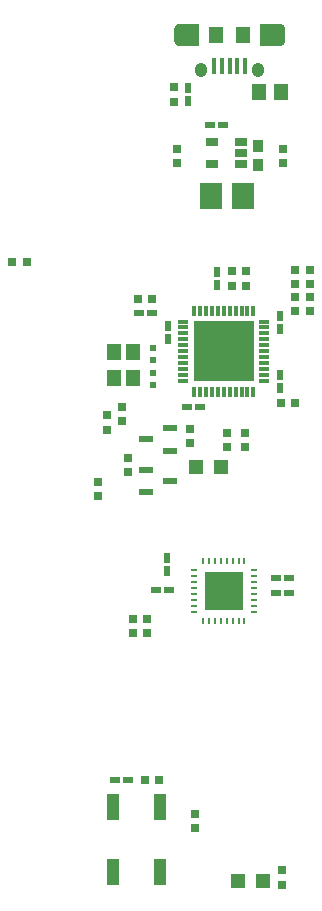
<source format=gtp>
G04 Layer_Color=8421504*
%FSLAX43Y43*%
%MOMM*%
G71*
G01*
G75*
%ADD20R,0.650X0.800*%
%ADD21R,3.300X3.300*%
%ADD22O,0.250X0.650*%
%ADD23O,0.650X0.250*%
%ADD24R,0.400X1.350*%
%ADD25R,0.500X0.600*%
%ADD26R,0.800X0.650*%
%ADD27R,1.200X1.200*%
%ADD28R,0.900X0.600*%
%ADD29R,0.600X0.900*%
%ADD32R,1.300X0.600*%
%ADD33R,1.000X2.250*%
%ADD34R,1.150X1.400*%
%ADD35R,0.850X0.300*%
%ADD36R,0.300X0.850*%
%ADD37R,5.200X5.200*%
%ADD38R,1.950X2.250*%
%ADD39R,0.950X1.000*%
%ADD40R,1.200X1.350*%
%ADD41R,1.050X0.650*%
G04:AMPARAMS|DCode=48|XSize=1.05mm|YSize=1.25mm|CornerRadius=0.525mm|HoleSize=0mm|Usage=FLASHONLY|Rotation=180.000|XOffset=0mm|YOffset=0mm|HoleType=Round|Shape=RoundedRectangle|*
%AMROUNDEDRECTD48*
21,1,1.050,0.200,0,0,180.0*
21,1,0.000,1.250,0,0,180.0*
1,1,1.050,0.000,0.100*
1,1,1.050,0.000,0.100*
1,1,1.050,0.000,-0.100*
1,1,1.050,0.000,-0.100*
%
%ADD48ROUNDEDRECTD48*%
G04:AMPARAMS|DCode=49|XSize=2.1mm|YSize=1.9mm|CornerRadius=0.494mm|HoleSize=0mm|Usage=FLASHONLY|Rotation=180.000|XOffset=0mm|YOffset=0mm|HoleType=Round|Shape=RoundedRectangle|*
%AMROUNDEDRECTD49*
21,1,2.100,0.912,0,0,180.0*
21,1,1.112,1.900,0,0,180.0*
1,1,0.988,-0.556,0.456*
1,1,0.988,0.556,0.456*
1,1,0.988,0.556,-0.456*
1,1,0.988,-0.556,-0.456*
%
%ADD49ROUNDEDRECTD49*%
%ADD70R,1.300X1.400*%
G36*
X34248Y74321D02*
X34301Y74314D01*
X34354Y74299D01*
X34397Y74283D01*
X34439Y74263D01*
X34483Y74235D01*
X34521Y74206D01*
X34560Y74172D01*
X34589Y74136D01*
X34617Y74099D01*
X34641Y74058D01*
X34661Y74016D01*
X34677Y73974D01*
X34689Y73923D01*
X34696Y73878D01*
X34700Y73825D01*
Y72925D01*
X34696Y72870D01*
X34688Y72825D01*
X34676Y72775D01*
X34660Y72735D01*
X34647Y72702D01*
X34622Y72659D01*
X34596Y72622D01*
X34565Y72584D01*
X34520Y72543D01*
X34480Y72513D01*
X34434Y72484D01*
X34381Y72460D01*
X34294Y72434D01*
X34200Y72425D01*
X32600D01*
Y74325D01*
X34200D01*
X34248Y74321D01*
D02*
G37*
G36*
X27400Y72425D02*
X25800D01*
X25752Y72429D01*
X25699Y72436D01*
X25646Y72451D01*
X25603Y72467D01*
X25561Y72487D01*
X25517Y72515D01*
X25479Y72544D01*
X25440Y72578D01*
X25411Y72614D01*
X25383Y72651D01*
X25359Y72692D01*
X25339Y72734D01*
X25323Y72776D01*
X25311Y72827D01*
X25304Y72872D01*
X25300Y72925D01*
Y73825D01*
X25304Y73880D01*
X25312Y73925D01*
X25324Y73975D01*
X25340Y74015D01*
X25353Y74048D01*
X25378Y74091D01*
X25404Y74128D01*
X25435Y74166D01*
X25480Y74207D01*
X25520Y74237D01*
X25566Y74266D01*
X25619Y74290D01*
X25706Y74316D01*
X25800Y74325D01*
X27400D01*
Y72425D01*
D02*
G37*
D20*
X22980Y23909D02*
D03*
Y22709D02*
D03*
X21840Y23909D02*
D03*
Y22709D02*
D03*
X18875Y35525D02*
D03*
Y34325D02*
D03*
X29800Y39700D02*
D03*
Y38500D02*
D03*
X31300Y39700D02*
D03*
Y38500D02*
D03*
X19625Y39950D02*
D03*
Y41150D02*
D03*
X20875Y40700D02*
D03*
Y41900D02*
D03*
X34500Y63700D02*
D03*
Y62500D02*
D03*
X31350Y52150D02*
D03*
Y53350D02*
D03*
X30200Y52150D02*
D03*
Y53350D02*
D03*
X27025Y7400D02*
D03*
Y6200D02*
D03*
X26625Y38825D02*
D03*
Y40025D02*
D03*
X21375Y37575D02*
D03*
Y36375D02*
D03*
X34417Y1432D02*
D03*
Y2632D02*
D03*
X25500Y62500D02*
D03*
Y63700D02*
D03*
X25315Y68926D02*
D03*
Y67726D02*
D03*
D21*
X29500Y26300D02*
D03*
D22*
X31250Y23775D02*
D03*
X30750D02*
D03*
X30250D02*
D03*
X29750D02*
D03*
X29250D02*
D03*
X28750D02*
D03*
X28250D02*
D03*
X27750D02*
D03*
Y28825D02*
D03*
X28250D02*
D03*
X28750D02*
D03*
X29250D02*
D03*
X29750D02*
D03*
X30250D02*
D03*
X30750D02*
D03*
X31250D02*
D03*
D23*
X26975Y24550D02*
D03*
Y25050D02*
D03*
Y25550D02*
D03*
Y26050D02*
D03*
Y26550D02*
D03*
Y27050D02*
D03*
Y27550D02*
D03*
Y28050D02*
D03*
X32025D02*
D03*
Y27550D02*
D03*
Y27050D02*
D03*
Y26550D02*
D03*
Y26050D02*
D03*
Y25550D02*
D03*
Y25050D02*
D03*
Y24550D02*
D03*
D24*
X31300Y70700D02*
D03*
X30650D02*
D03*
X30000D02*
D03*
X29350D02*
D03*
X28700D02*
D03*
D25*
X23475Y43725D02*
D03*
X23475Y44775D02*
D03*
X23475Y45850D02*
D03*
X23475Y46900D02*
D03*
D26*
X35550Y42200D02*
D03*
X34350D02*
D03*
X24050Y10300D02*
D03*
X22850D02*
D03*
X23450Y50975D02*
D03*
X22250D02*
D03*
X36758Y51158D02*
D03*
X35558D02*
D03*
X36758Y52308D02*
D03*
X35558D02*
D03*
X36758Y53458D02*
D03*
X35558D02*
D03*
X36758Y50008D02*
D03*
X35558D02*
D03*
X12800Y54150D02*
D03*
X11600D02*
D03*
D27*
X27175Y36750D02*
D03*
X29275D02*
D03*
X30700Y1775D02*
D03*
X32800D02*
D03*
D28*
X21400Y10300D02*
D03*
X20300D02*
D03*
X24860Y26400D02*
D03*
X23760D02*
D03*
X22300Y49800D02*
D03*
X23400D02*
D03*
X26400Y41875D02*
D03*
X27500D02*
D03*
X35060Y26100D02*
D03*
X33960D02*
D03*
X35060Y27350D02*
D03*
X33960D02*
D03*
X28330Y65746D02*
D03*
X29430D02*
D03*
D29*
X34225Y48475D02*
D03*
Y49575D02*
D03*
X34250Y43500D02*
D03*
Y44600D02*
D03*
X28950Y53300D02*
D03*
Y52200D02*
D03*
X24775Y48700D02*
D03*
Y47600D02*
D03*
X24680Y29100D02*
D03*
Y28000D02*
D03*
X26458Y67776D02*
D03*
Y68876D02*
D03*
D32*
X24985Y35620D02*
D03*
X22885Y34670D02*
D03*
Y36570D02*
D03*
Y39120D02*
D03*
X24985Y40070D02*
D03*
Y38170D02*
D03*
D33*
X24125Y2525D02*
D03*
Y8025D02*
D03*
X20125D02*
D03*
Y2525D02*
D03*
D34*
X21800Y44300D02*
D03*
Y46500D02*
D03*
X20200D02*
D03*
Y44300D02*
D03*
D35*
X32925Y46100D02*
D03*
Y45100D02*
D03*
Y45600D02*
D03*
Y46600D02*
D03*
Y49100D02*
D03*
Y48600D02*
D03*
Y48100D02*
D03*
Y47600D02*
D03*
Y47100D02*
D03*
Y44600D02*
D03*
Y44100D02*
D03*
X26075D02*
D03*
Y44600D02*
D03*
Y45100D02*
D03*
Y45600D02*
D03*
Y46100D02*
D03*
Y46600D02*
D03*
Y47100D02*
D03*
Y47600D02*
D03*
Y48100D02*
D03*
Y48600D02*
D03*
Y49100D02*
D03*
D36*
X27000Y50025D02*
D03*
X27500D02*
D03*
X28000D02*
D03*
X30500D02*
D03*
X31000D02*
D03*
X32000Y43175D02*
D03*
X31500D02*
D03*
X31000D02*
D03*
X30500D02*
D03*
X30000D02*
D03*
X29500D02*
D03*
X29000D02*
D03*
X28500D02*
D03*
X28000D02*
D03*
X27500D02*
D03*
X27000D02*
D03*
X28500Y50025D02*
D03*
X29000D02*
D03*
X29500D02*
D03*
X30000D02*
D03*
X31500D02*
D03*
X32000D02*
D03*
D37*
X29500Y46600D02*
D03*
D38*
X31125Y59700D02*
D03*
X28375D02*
D03*
D39*
X32436Y62381D02*
D03*
Y63981D02*
D03*
D40*
X34350Y68500D02*
D03*
X32450D02*
D03*
D41*
X30918Y62431D02*
D03*
Y63384D02*
D03*
Y64337D02*
D03*
X28468D02*
D03*
Y62431D02*
D03*
D48*
X27575Y70375D02*
D03*
X32425D02*
D03*
D49*
X26350Y73375D02*
D03*
X33650D02*
D03*
D70*
X28851Y73375D02*
D03*
X31149D02*
D03*
M02*

</source>
